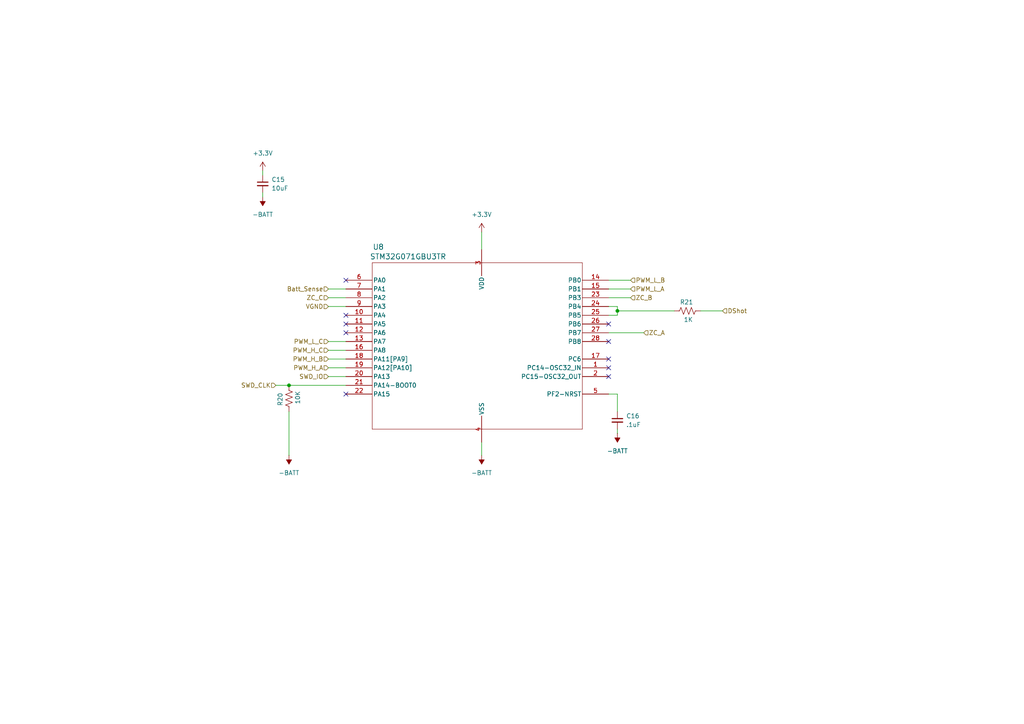
<source format=kicad_sch>
(kicad_sch (version 20231120) (generator "eeschema") (generator_version "8.0")
  (paper "A4")
  (lib_symbols
    (symbol "Device:C_Small" (pin_numbers hide) (pin_names (offset 0.254) hide)
      (property "Reference" "C" (at 0.254 1.778 0))
      (property "Value" "C_Small" (at 0.254 -2.032 0))
      (symbol "C_Small_0_1"
        (polyline (pts (xy -1.524 -0.508) (xy 1.524 -0.508)) (stroke (width 0.3302)))
        (polyline (pts (xy -1.524 0.508) (xy 1.524 0.508)) (stroke (width 0.3048)))
      )
      (symbol "C_Small_1_1"
        (pin passive line (at 0 2.54 270) (length 2.032) (name "~") (number "1"))
        (pin passive line (at 0 -2.54 90) (length 2.032) (name "~") (number "2"))
      )
    )
    (symbol "Device:R_US" (pin_numbers hide) (pin_names (offset 0))
      (property "Reference" "R" (at 2.54 0 90))
      (property "Value" "R_US" (at -2.54 0 90))
      (symbol "R_US_0_1"
        (polyline (pts (xy 0 -2.286) (xy 0 -2.54)))
        (polyline (pts (xy 0 2.286) (xy 0 2.54)))
        (polyline (pts (xy 0 -0.762) (xy 1.016 -1.143) (xy 0 -1.524) (xy -1.016 -1.905) (xy 0 -2.286)))
        (polyline (pts (xy 0 0.762) (xy 1.016 0.381) (xy 0 0) (xy -1.016 -0.381) (xy 0 -0.762)))
        (polyline (pts (xy 0 2.286) (xy 1.016 1.905) (xy 0 1.524) (xy -1.016 1.143) (xy 0 0.762)))
      )
      (symbol "R_US_1_1"
        (pin passive line (at 0 3.81 270) (length 1.27) (name "~") (number "1"))
        (pin passive line (at 0 -3.81 90) (length 1.27) (name "~") (number "2"))
      )
    )
    (symbol "STM32 G0:STM32G071GBU3TR" (pin_names (offset 0.254))
      (property "Reference" "U10" (at 9.398 9.652 0))
      (property "Value" "STM32G071GBU3TR" (at 18.034 6.858 0))
      (symbol "STM32G071GBU3TR_0_1"
        (polyline (pts (xy 7.62 -43.18) (xy 68.58 -43.18)) (stroke (width 0.127)))
        (polyline (pts (xy 7.62 5.08) (xy 7.62 -43.18)) (stroke (width 0.127)))
        (polyline (pts (xy 68.58 -43.18) (xy 68.58 5.08)) (stroke (width 0.127)))
        (polyline (pts (xy 68.58 5.08) (xy 7.62 5.08)) (stroke (width 0.127)))
        (pin bidirectional line (at 76.2 -25.4 180) (length 7.62) (name "PC14-OSC32_IN") (number "1"))
        (pin bidirectional line (at 0 -10.16 0) (length 7.62) (name "PA4") (number "10"))
        (pin bidirectional line (at 0 -12.7 0) (length 7.62) (name "PA5") (number "11"))
        (pin bidirectional line (at 0 -15.24 0) (length 7.62) (name "PA6") (number "12"))
        (pin bidirectional line (at 0 -17.78 0) (length 7.62) (name "PA7") (number "13"))
        (pin bidirectional line (at 76.2 0 180) (length 7.62) (name "PB0") (number "14"))
        (pin bidirectional line (at 76.2 -2.54 180) (length 7.62) (name "PB1") (number "15"))
        (pin bidirectional line (at 0 -20.32 0) (length 7.62) (name "PA8") (number "16"))
        (pin bidirectional line (at 76.2 -22.86 180) (length 7.62) (name "PC6") (number "17"))
        (pin bidirectional line (at 0 -22.86 0) (length 7.62) (name "PA11[PA9]") (number "18"))
        (pin bidirectional line (at 0 -25.4 0) (length 7.62) (name "PA12[PA10]") (number "19"))
        (pin bidirectional line (at 76.2 -27.94 180) (length 7.62) (name "PC15-OSC32_OUT") (number "2"))
        (pin bidirectional line (at 0 -27.94 0) (length 7.62) (name "PA13") (number "20"))
        (pin bidirectional line (at 0 -30.48 0) (length 7.62) (name "PA14-BOOT0") (number "21"))
        (pin bidirectional line (at 0 -33.02 0) (length 7.62) (name "PA15") (number "22"))
        (pin bidirectional line (at 76.2 -5.08 180) (length 7.62) (name "PB3") (number "23"))
        (pin bidirectional line (at 76.2 -7.62 180) (length 7.62) (name "PB4") (number "24"))
        (pin bidirectional line (at 76.2 -10.16 180) (length 7.62) (name "PB5") (number "25"))
        (pin bidirectional line (at 76.2 -12.7 180) (length 7.62) (name "PB6") (number "26"))
        (pin bidirectional line (at 76.2 -15.24 180) (length 7.62) (name "PB7") (number "27"))
        (pin bidirectional line (at 76.2 -17.78 180) (length 7.62) (name "PB8") (number "28"))
        (pin power_in line (at 39.37 8.89 270) (length 7.62) (name "VDD") (number "3"))
        (pin power_in line (at 39.37 -46.99 90) (length 7.62) (name "VSS") (number "4"))
        (pin bidirectional line (at 76.2 -33.02 180) (length 7.62) (name "PF2-NRST") (number "5"))
        (pin bidirectional line (at 0 0 0) (length 7.62) (name "PA0") (number "6"))
        (pin bidirectional line (at 0 -2.54 0) (length 7.62) (name "PA1") (number "7"))
        (pin bidirectional line (at 0 -5.08 0) (length 7.62) (name "PA2") (number "8"))
        (pin bidirectional line (at 0 -7.62 0) (length 7.62) (name "PA3") (number "9"))
      )
    )
    (symbol "power:+3.3V" (power) (pin_numbers hide) (pin_names (offset 0) hide)
      (property "Value" "+3.3V" (at 0 3.556 0))
      (symbol "+3.3V_0_1"
        (polyline (pts (xy -0.762 1.27) (xy 0 2.54)))
        (polyline (pts (xy 0 0) (xy 0 2.54)))
        (polyline (pts (xy 0 2.54) (xy 0.762 1.27)))
      )
      (symbol "+3.3V_1_1"
        (pin power_in line (at 0 0 90) (length 0) (name "~") (number "1"))
      )
    )
    (symbol "power:-BATT" (power) (pin_numbers hide) (pin_names (offset 0) hide)
      (property "Value" "-BATT" (at 0 3.556 0))
      (symbol "-BATT_0_1"
        (polyline (pts (xy 0 0) (xy 0 2.54)))
        (polyline (pts (xy 0.762 1.27) (xy -0.762 1.27) (xy 0 2.54) (xy 0.762 1.27)) (fill (type outline)))
      )
      (symbol "-BATT_1_1"
        (pin power_in line (at 0 0 90) (length 0) (name "~") (number "1"))
      )
    )
  )
  (junction (at 83.82 111.76))
  (junction (at 179.07 90.17))
  (no_connect (at 176.53 93.98))
  (no_connect (at 100.33 91.44))
  (no_connect (at 100.33 81.28))
  (no_connect (at 176.53 106.68))
  (no_connect (at 100.33 96.52))
  (no_connect (at 100.33 114.3))
  (no_connect (at 176.53 99.06))
  (no_connect (at 176.53 104.14))
  (no_connect (at 100.33 93.98))
  (no_connect (at 176.53 109.22))
  (wire (pts (xy 182.88 86.36) (xy 176.53 86.36)))
  (wire (pts (xy 95.25 86.36) (xy 100.33 86.36)))
  (wire (pts (xy 95.25 88.9) (xy 100.33 88.9)))
  (wire (pts (xy 95.25 106.68) (xy 100.33 106.68)))
  (wire (pts (xy 139.7 132.08) (xy 139.7 128.27)))
  (wire (pts (xy 179.07 91.44) (xy 179.07 90.17)))
  (wire (pts (xy 95.25 104.14) (xy 100.33 104.14)))
  (wire (pts (xy 83.82 132.08) (xy 83.82 119.38)))
  (wire (pts (xy 179.07 114.3) (xy 176.53 114.3)))
  (wire (pts (xy 95.25 99.06) (xy 100.33 99.06)))
  (wire (pts (xy 95.25 109.22) (xy 100.33 109.22)))
  (wire (pts (xy 76.2 49.53) (xy 76.2 50.8)))
  (wire (pts (xy 176.53 91.44) (xy 179.07 91.44)))
  (wire (pts (xy 182.88 81.28) (xy 176.53 81.28)))
  (wire (pts (xy 83.82 111.76) (xy 100.33 111.76)))
  (wire (pts (xy 139.7 67.31) (xy 139.7 72.39)))
  (wire (pts (xy 195.58 90.17) (xy 179.07 90.17)))
  (wire (pts (xy 95.25 101.6) (xy 100.33 101.6)))
  (wire (pts (xy 179.07 119.38) (xy 179.07 114.3)))
  (wire (pts (xy 76.2 55.88) (xy 76.2 57.15)))
  (wire (pts (xy 186.69 96.52) (xy 176.53 96.52)))
  (wire (pts (xy 182.88 83.82) (xy 176.53 83.82)))
  (wire (pts (xy 179.07 124.46) (xy 179.07 125.73)))
  (wire (pts (xy 95.25 83.82) (xy 100.33 83.82)))
  (wire (pts (xy 209.55 90.17) (xy 203.2 90.17)))
  (wire (pts (xy 179.07 90.17) (xy 179.07 88.9)))
  (wire (pts (xy 176.53 88.9) (xy 179.07 88.9)))
  (wire (pts (xy 80.01 111.76) (xy 83.82 111.76)))
  (hierarchical_label "DShot" (shape input) (at 209.55 90.17 0))
  (hierarchical_label "SWD_CLK" (shape input) (at 80.01 111.76 180))
  (hierarchical_label "Batt_Sense" (shape input) (at 95.25 83.82 180))
  (hierarchical_label "PWM_H_A" (shape input) (at 95.25 106.68 180))
  (hierarchical_label "ZC_C" (shape input) (at 95.25 86.36 180))
  (hierarchical_label "PWM_L_B" (shape input) (at 182.88 81.28 0))
  (hierarchical_label "PWM_L_C" (shape input) (at 95.25 99.06 180))
  (hierarchical_label "SWD_IO" (shape input) (at 95.25 109.22 180))
  (hierarchical_label "PWM_H_B" (shape input) (at 95.25 104.14 180))
  (hierarchical_label "VGND" (shape input) (at 95.25 88.9 180))
  (hierarchical_label "ZC_A" (shape input) (at 186.69 96.52 0))
  (hierarchical_label "ZC_B" (shape input) (at 182.88 86.36 0))
  (hierarchical_label "PWM_H_C" (shape input) (at 95.25 101.6 180))
  (hierarchical_label "PWM_L_A" (shape input) (at 182.88 83.82 0))
  (symbol (lib_id "STM32 G0:STM32G071GBU3TR") (at 100.33 81.28 0) (unit 1)
    (property "Reference" "U8" (at 109.728 71.628 0) (effects (font (size 1.524 1.524))))
    (property "Value" "STM32G071GBU3TR" (at 118.364 74.422 0) (effects (font (size 1.524 1.524))))
    (property "Footprint" "STM32:UFQFPN-28" (effects (hide yes)))
    (property "Datasheet" "STM32G071GBU3TR" (effects (hide yes)))
  )
  (symbol (lib_id "power:-BATT") (at 76.2 57.15 180) (unit 1)
    (property "Reference" "#PWR017" (effects (hide yes)))
    (property "Value" "-BATT" (at 76.2 62.23 0))
    (property "Description" "Power symbol creates a global label with name \"-BATT\"" (effects (hide yes)))
  )
  (symbol (lib_id "power:+3.3V") (at 139.7 67.31 0) (unit 1)
    (property "Reference" "#PWR019" (effects (hide yes)))
    (property "Value" "+3.3V" (at 139.7 62.23 0))
    (property "Description" "Power symbol creates a global label with name \"+3.3V\"" (effects (hide yes)))
  )
  (symbol (lib_id "Device:C_Small") (at 76.2 53.34 0) (unit 1)
    (property "Reference" "C15" (at 78.74 52.0762 0) (effects (justify left)))
    (property "Value" "10uF" (at 78.74 54.6162 0) (effects (justify left)))
    (property "Footprint" "Capacitor_SMD:C_0402_1005Metric" (effects (hide yes)))
    (property "Description" "Unpolarized capacitor, small symbol" (effects (hide yes)))
  )
  (symbol (lib_id "power:-BATT") (at 139.7 132.08 180) (unit 1)
    (property "Reference" "#PWR020" (effects (hide yes)))
    (property "Value" "-BATT" (at 139.7 137.16 0))
    (property "Description" "Power symbol creates a global label with name \"-BATT\"" (effects (hide yes)))
  )
  (symbol (lib_id "power:-BATT") (at 179.07 125.73 180) (unit 1)
    (property "Reference" "#PWR021" (effects (hide yes)))
    (property "Value" "-BATT" (at 179.07 130.81 0))
    (property "Description" "Power symbol creates a global label with name \"-BATT\"" (effects (hide yes)))
  )
  (symbol (lib_id "power:-BATT") (at 83.82 132.08 180) (unit 1)
    (property "Reference" "#PWR018" (effects (hide yes)))
    (property "Value" "-BATT" (at 83.82 137.16 0))
    (property "Description" "Power symbol creates a global label with name \"-BATT\"" (effects (hide yes)))
  )
  (symbol (lib_id "Device:C_Small") (at 179.07 121.92 0) (unit 1)
    (property "Reference" "C16" (at 181.61 120.6562 0) (effects (justify left)))
    (property "Value" ".1uF" (at 181.61 123.1962 0) (effects (justify left)))
    (property "Footprint" "Capacitor_SMD:C_0402_1005Metric" (effects (hide yes)))
    (property "Description" "Unpolarized capacitor, small symbol" (effects (hide yes)))
  )
  (symbol (lib_id "power:+3.3V") (at 76.2 49.53 0) (unit 1)
    (property "Reference" "#PWR016" (effects (hide yes)))
    (property "Value" "+3.3V" (at 76.2 44.45 0))
    (property "Description" "Power symbol creates a global label with name \"+3.3V\"" (effects (hide yes)))
  )
  (symbol (lib_id "Device:R_US") (at 199.39 90.17 90) (unit 1)
    (property "Reference" "R21" (at 199.136 87.63 90))
    (property "Value" "1K" (at 199.644 92.71 90))
    (property "Footprint" "Resistor_SMD:R_0402_1005Metric" (effects (hide yes)))
    (property "Description" "Resistor, US symbol" (effects (hide yes)))
  )
  (symbol (lib_id "Device:R_US") (at 83.82 115.57 180) (unit 1)
    (property "Reference" "R20" (at 81.28 115.824 90))
    (property "Value" "10K" (at 86.36 115.316 90))
    (property "Footprint" "Resistor_SMD:R_0402_1005Metric" (effects (hide yes)))
    (property "Description" "Resistor, US symbol" (effects (hide yes)))
  )
)
</source>
